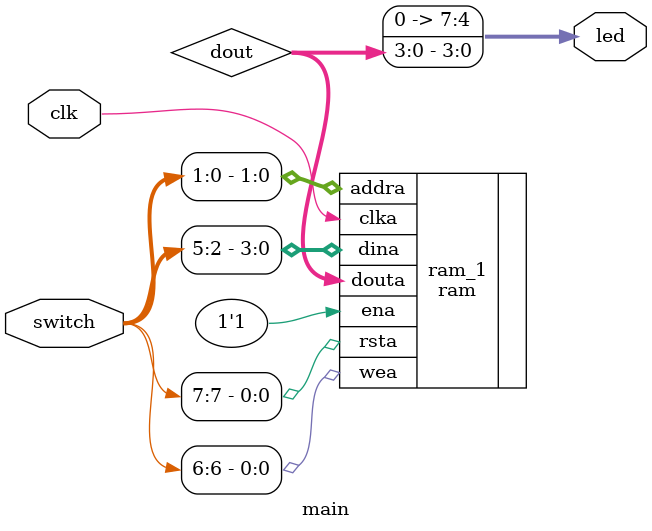
<source format=v>
`timescale 1ns / 1ps


/*-----------------------testbench module---------------------
module main(
		addr,
		datain,
		dataout,
		clk,
		reset,
		en,
		writeEn
    );
	 
input [3:0] addr;
input en;
input clk;
input reset;
input writeEn;
input [3:0] datain;
output [3:0] dataout;

ram ram_1(
  .clka(clk), // input clka
  .rsta(reset), // input rsta
  .ena(en), // input ena
  .wea(writeEn), // input [0 : 0] wea
  .addra(addr), // input [1 : 0] addra
  .dina(datain), // input [3 : 0] dina
  .douta(dataout) // output [3 : 0] douta
);
*/

/*-------------------------hardware implementation---------------*/
module main(
		clk,
		switch,
		led
		);
		
input [7:0] switch;
input clk;

output [7:0] led;

//reg [7:0] led;

wire [3:0] dout;

ram ram_1(
  .clka(clk), // input clka
  .rsta({switch[7]}), // input rsta
  .ena(1'b1), // input ena
  .wea({switch[6]}), // input [0 : 0] wea
  .addra({switch[1:0]}), // input [1 : 0] addra
  .dina({switch[5:2]}), // input [3 : 0] dina
  .douta(dout) // output [3 : 0] douta
);

assign led[3:0]=dout[3:0];
assign led[7:4]=4'b0;
endmodule

</source>
